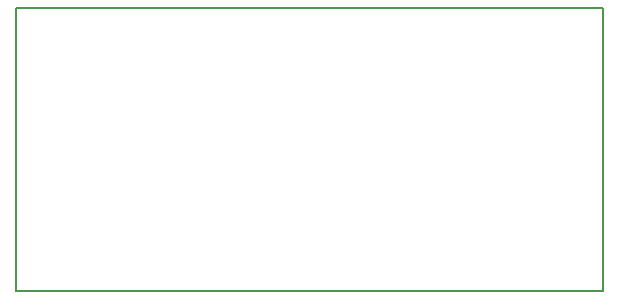
<source format=gbr>
G04 #@! TF.FileFunction,Profile,NP*
%FSLAX46Y46*%
G04 Gerber Fmt 4.6, Leading zero omitted, Abs format (unit mm)*
G04 Created by KiCad (PCBNEW 4.0.7) date 07/22/18 11:21:55*
%MOMM*%
%LPD*%
G01*
G04 APERTURE LIST*
%ADD10C,0.100000*%
%ADD11C,0.150000*%
G04 APERTURE END LIST*
D10*
D11*
X13250000Y-13000000D02*
X13250000Y-37000000D01*
X40500000Y-37000000D02*
X37500000Y-37000000D01*
X63000000Y-37000000D02*
X40500000Y-37000000D01*
X63000000Y-13000000D02*
X63000000Y-37000000D01*
X13250000Y-13000000D02*
X63000000Y-13000000D01*
X37500000Y-37000000D02*
X13250000Y-37000000D01*
M02*

</source>
